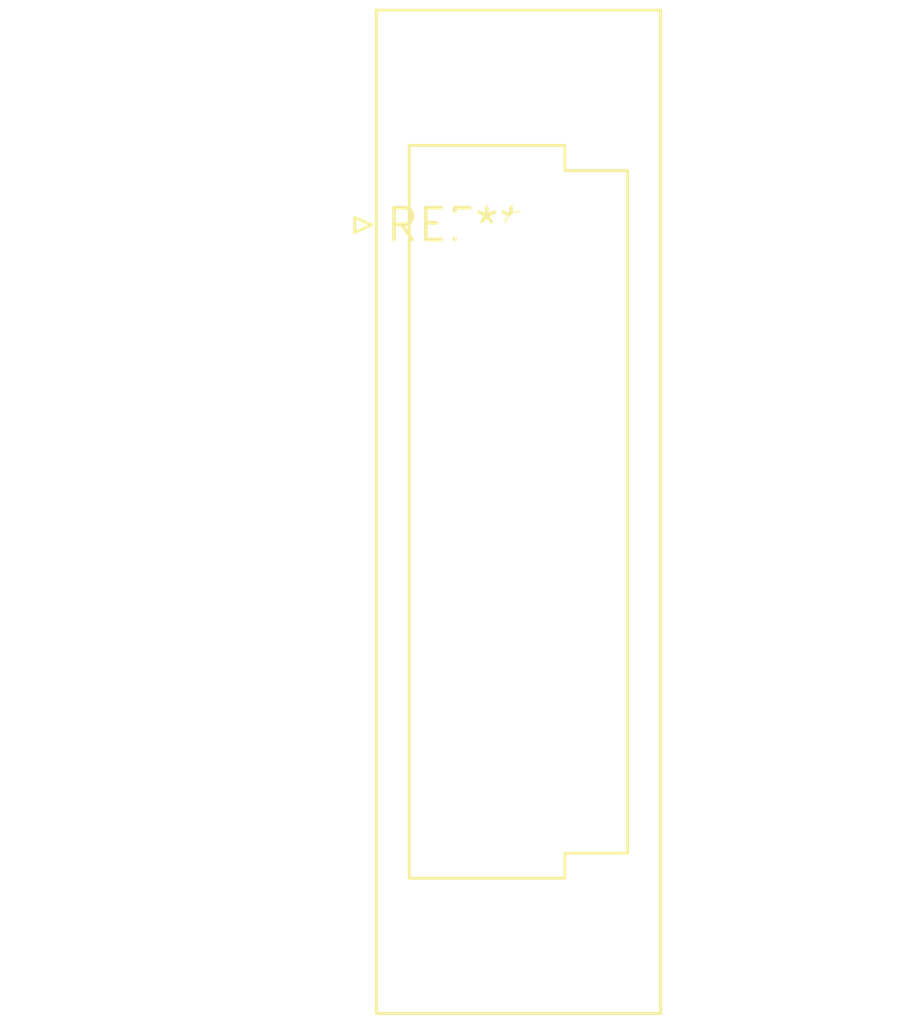
<source format=kicad_pcb>
(kicad_pcb (version 20240108) (generator pcbnew)
  (layers (0 "F.Cu" signal) (31 "B.Cu" signal) (34 "B.Paste" user) (35 "F.Paste" user) (36 "B.SilkS" user "B.Silkscreen") (37 "F.SilkS" user "F.Silkscreen") (38 "B.Mask" user) (39 "F.Mask" user) (44 "Edge.Cuts" user))
  (net 0 "")
  (footprint "DIN41612_R3_3x10_Male_Vertical_THT" (layer "F.Cu") (at 0 0)
    (property "Reference" "REF**")
    (property "Value" "DIN41612_R3_3x10_Male_Vertical_THT")
    (fp_line (start -3.99 -0.3) (end -3.99 0.3) (layer "F.SilkS") (stroke (width 0.12)))
    (fp_line (start -3.99 0.3) (end -3.31 0) (layer "F.SilkS") (stroke (width 0.12)))
    (fp_line (start -3.31 0) (end -3.99 -0.3) (layer "F.SilkS") (stroke (width 0.12)))
    (fp_line (start -3.12 -8.56) (end 8.2 -8.56) (layer "F.SilkS") (stroke (width 0.12)))
    (fp_line (start -3.12 31.42) (end -3.12 -8.56) (layer "F.SilkS") (stroke (width 0.12)))
    (fp_line (start -1.81 -3.17) (end 4.39 -3.17) (layer "F.SilkS") (stroke (width 0.12)))
    (fp_line (start -1.81 26.03) (end -1.81 -3.17) (layer "F.SilkS") (stroke (width 0.12)))
    (fp_line (start 4.39 -3.17) (end 4.39 -2.17) (layer "F.SilkS") (stroke (width 0.12)))
    (fp_line (start 4.39 -2.17) (end 6.89 -2.17) (layer "F.SilkS") (stroke (width 0.12)))
    (fp_line (start 4.39 25.03) (end 4.39 26.03) (layer "F.SilkS") (stroke (width 0.12)))
    (fp_line (start 4.39 26.03) (end -1.81 26.03) (layer "F.SilkS") (stroke (width 0.12)))
    (fp_line (start 6.89 -2.17) (end 6.89 25.03) (layer "F.SilkS") (stroke (width 0.12)))
    (fp_line (start 6.89 25.03) (end 4.39 25.03) (layer "F.SilkS") (stroke (width 0.12)))
    (fp_line (start 8.2 -8.56) (end 8.2 31.42) (layer "F.SilkS") (stroke (width 0.12)))
    (fp_line (start 8.2 31.42) (end -3.12 31.42) (layer "F.SilkS") (stroke (width 0.12)))
    (pad "" np_thru_hole circle (at 2.24 -5.95) (size 2.85 2.85) (drill 2.85) (layers *.Cu *.Mask))
    (pad "" np_thru_hole circle (at 2.24 28.81) (size 2.85 2.85) (drill 2.85) (layers *.Cu *.Mask))
    (pad "a1" thru_hole roundrect (at 0 0) (size 1.55 1.55) (drill 1) (layers *.Cu *.Mask) (remove_unused_layers) (roundrect_rratio 0.16129))
    (pad "a2" thru_hole circle (at 0 2.54) (size 1.55 1.55) (drill 1) (layers *.Cu *.Mask) (remove_unused_layers))
    (pad "a3" thru_hole circle (at 0 5.08) (size 1.55 1.55) (drill 1) (layers *.Cu *.Mask) (remove_unused_layers))
    (pad "a4" thru_hole circle (at 0 7.62) (size 1.55 1.55) (drill 1) (layers *.Cu *.Mask) (remove_unused_layers))
    (pad "a5" thru_hole circle (at 0 10.16) (size 1.55 1.55) (drill 1) (layers *.Cu *.Mask) (remove_unused_layers))
    (pad "a6" thru_hole circle (at 0 12.7) (size 1.55 1.55) (drill 1) (layers *.Cu *.Mask) (remove_unused_layers))
    (pad "a7" thru_hole circle (at 0 15.24) (size 1.55 1.55) (drill 1) (layers *.Cu *.Mask) (remove_unused_layers))
    (pad "a8" thru_hole circle (at 0 17.78) (size 1.55 1.55) (drill 1) (layers *.Cu *.Mask) (remove_unused_layers))
    (pad "a9" thru_hole circle (at 0 20.32) (size 1.55 1.55) (drill 1) (layers *.Cu *.Mask) (remove_unused_layers))
    (pad "a10" thru_hole circle (at 0 22.86) (size 1.55 1.55) (drill 1) (layers *.Cu *.Mask) (remove_unused_layers))
    (pad "b1" thru_hole circle (at 2.54 0) (size 1.55 1.55) (drill 1) (layers *.Cu *.Mask) (remove_unused_layers))
    (pad "b2" thru_hole circle (at 2.54 2.54) (size 1.55 1.55) (drill 1) (layers *.Cu *.Mask) (remove_unused_layers))
    (pad "b3" thru_hole circle (at 2.54 5.08) (size 1.55 1.55) (drill 1) (layers *.Cu *.Mask) (remove_unused_layers))
    (pad "b4" thru_hole circle (at 2.54 7.62) (size 1.55 1.55) (drill 1) (layers *.Cu *.Mask) (remove_unused_layers))
    (pad "b5" thru_hole circle (at 2.54 10.16) (size 1.55 1.55) (drill 1) (layers *.Cu *.Mask) (remove_unused_layers))
    (pad "b6" thru_hole circle (at 2.54 12.7) (size 1.55 1.55) (drill 1) (layers *.Cu *.Mask) (remove_unused_layers))
    (pad "b7" thru_hole circle (at 2.54 15.24) (size 1.55 1.55) (drill 1) (layers *.Cu *.Mask) (remove_unused_layers))
    (pad "b8" thru_hole circle (at 2.54 17.78) (size 1.55 1.55) (drill 1) (layers *.Cu *.Mask) (remove_unused_layers))
    (pad "b9" thru_hole circle (at 2.54 20.32) (size 1.55 1.55) (drill 1) (layers *.Cu *.Mask) (remove_unused_layers))
    (pad "b10" thru_hole circle (at 2.54 22.86) (size 1.55 1.55) (drill 1) (layers *.Cu *.Mask) (remove_unused_layers))
    (pad "c1" thru_hole circle (at 5.08 0) (size 1.55 1.55) (drill 1) (layers *.Cu *.Mask) (remove_unused_layers))
    (pad "c2" thru_hole circle (at 5.08 2.54) (size 1.55 1.55) (drill 1) (layers *.Cu *.Mask) (remove_unused_layers))
    (pad "c3" thru_hole circle (at 5.08 5.08) (size 1.55 1.55) (drill 1) (layers *.Cu *.Mask) (remove_unused_layers))
    (pad "c4" thru_hole circle (at 5.08 7.62) (size 1.55 1.55) (drill 1) (layers *.Cu *.Mask) (remove_unused_layers))
    (pad "c5" thru_hole circle (at 5.08 10.16) (size 1.55 1.55) (drill 1) (layers *.Cu *.Mask) (remove_unused_layers))
    (pad "c6" thru_hole circle (at 5.08 12.7) (size 1.55 1.55) (drill 1) (layers *.Cu *.Mask) (remove_unused_layers))
    (pad "c7" thru_hole circle (at 5.08 15.24) (size 1.55 1.55) (drill 1) (layers *.Cu *.Mask) (remove_unused_layers))
    (pad "c8" thru_hole circle (at 5.08 17.78) (size 1.55 1.55) (drill 1) (layers *.Cu *.Mask) (remove_unused_layers))
    (pad "c9" thru_hole circle (at 5.08 20.32) (size 1.55 1.55) (drill 1) (layers *.Cu *.Mask) (remove_unused_layers))
    (pad "c10" thru_hole circle (at 5.08 22.86) (size 1.55 1.55) (drill 1) (layers *.Cu *.Mask) (remove_unused_layers))
  )
)
</source>
